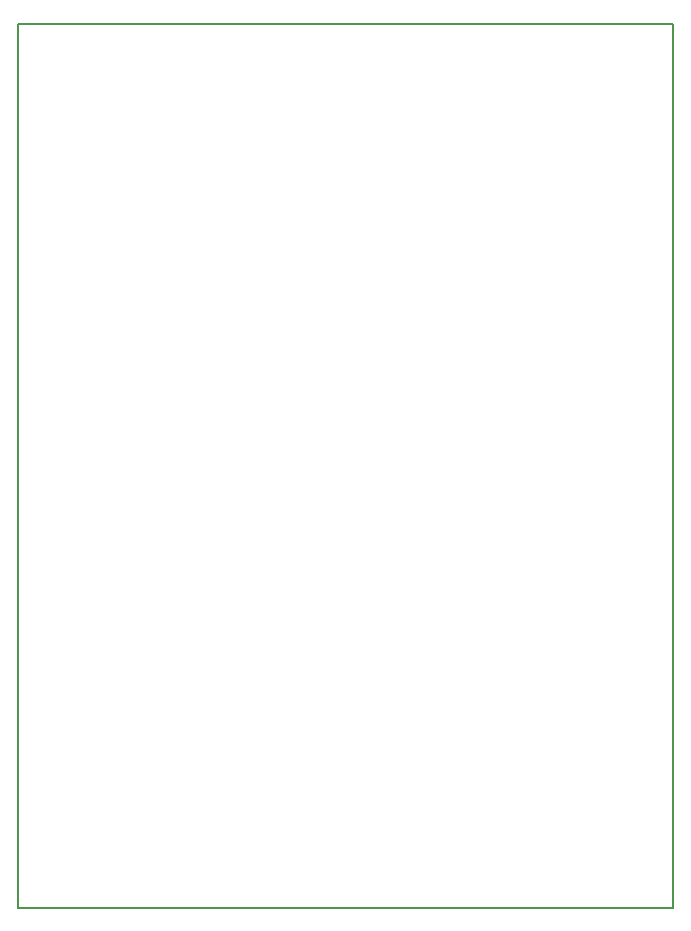
<source format=gbr>
%TF.GenerationSoftware,KiCad,Pcbnew,7.0.5*%
%TF.CreationDate,2023-11-23T21:46:28-03:00*%
%TF.ProjectId,Inversor,496e7665-7273-46f7-922e-6b696361645f,rev?*%
%TF.SameCoordinates,Original*%
%TF.FileFunction,Profile,NP*%
%FSLAX46Y46*%
G04 Gerber Fmt 4.6, Leading zero omitted, Abs format (unit mm)*
G04 Created by KiCad (PCBNEW 7.0.5) date 2023-11-23 21:46:28*
%MOMM*%
%LPD*%
G01*
G04 APERTURE LIST*
%TA.AperFunction,Profile*%
%ADD10C,0.200000*%
%TD*%
G04 APERTURE END LIST*
D10*
X52700000Y-59330000D02*
X108196000Y-59330000D01*
X108196000Y-134176000D01*
X52700000Y-134176000D01*
X52700000Y-59330000D01*
M02*

</source>
